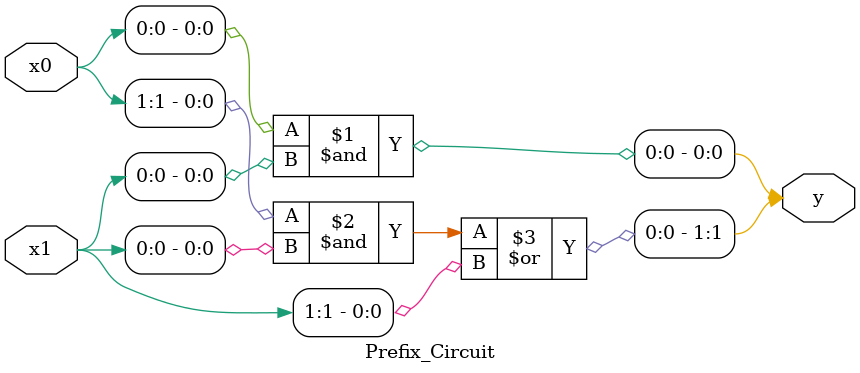
<source format=v>
(*DONT_TOUCH = "TRUE"*) module Prefix_Circuit (
    input [1:0] x0, x1,
    output [1:0] y
);

    assign y[0] = x0[0] & x1[0]; //Calculating P
    assign y[1] = (x0[1] & x1[0]) | x1[1]; //Calculating G

endmodule
</source>
